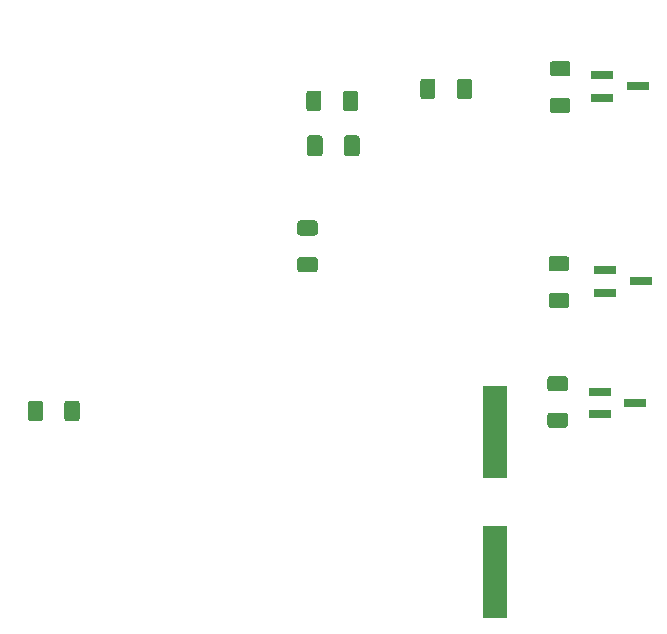
<source format=gbr>
%TF.GenerationSoftware,KiCad,Pcbnew,(5.1.10-1-10_14)*%
%TF.CreationDate,2022-01-10T15:26:04+01:00*%
%TF.ProjectId,E16 BMS Master,45313620-424d-4532-904d-61737465722e,rev?*%
%TF.SameCoordinates,Original*%
%TF.FileFunction,Paste,Top*%
%TF.FilePolarity,Positive*%
%FSLAX46Y46*%
G04 Gerber Fmt 4.6, Leading zero omitted, Abs format (unit mm)*
G04 Created by KiCad (PCBNEW (5.1.10-1-10_14)) date 2022-01-10 15:26:04*
%MOMM*%
%LPD*%
G01*
G04 APERTURE LIST*
%ADD10R,1.900000X0.800000*%
%ADD11R,2.000000X7.875000*%
G04 APERTURE END LIST*
D10*
%TO.C,Q3*%
X195454400Y-145694400D03*
X192454400Y-146644400D03*
X192454400Y-144744400D03*
%TD*%
%TO.C,Q2*%
X195889500Y-135372900D03*
X192889500Y-136322900D03*
X192889500Y-134422900D03*
%TD*%
%TO.C,Q1*%
X195657600Y-118872000D03*
X192657600Y-119822000D03*
X192657600Y-117922000D03*
%TD*%
D11*
%TO.C,Y1*%
X183591200Y-148138900D03*
X183591200Y-160013900D03*
%TD*%
%TO.C,R13*%
G36*
G01*
X180325600Y-119700200D02*
X180325600Y-118450200D01*
G75*
G02*
X180575600Y-118200200I250000J0D01*
G01*
X181375600Y-118200200D01*
G75*
G02*
X181625600Y-118450200I0J-250000D01*
G01*
X181625600Y-119700200D01*
G75*
G02*
X181375600Y-119950200I-250000J0D01*
G01*
X180575600Y-119950200D01*
G75*
G02*
X180325600Y-119700200I0J250000D01*
G01*
G37*
G36*
G01*
X177225600Y-119700200D02*
X177225600Y-118450200D01*
G75*
G02*
X177475600Y-118200200I250000J0D01*
G01*
X178275600Y-118200200D01*
G75*
G02*
X178525600Y-118450200I0J-250000D01*
G01*
X178525600Y-119700200D01*
G75*
G02*
X178275600Y-119950200I-250000J0D01*
G01*
X177475600Y-119950200D01*
G75*
G02*
X177225600Y-119700200I0J250000D01*
G01*
G37*
%TD*%
%TO.C,R9*%
G36*
G01*
X147102400Y-146979800D02*
X147102400Y-145729800D01*
G75*
G02*
X147352400Y-145479800I250000J0D01*
G01*
X148152400Y-145479800D01*
G75*
G02*
X148402400Y-145729800I0J-250000D01*
G01*
X148402400Y-146979800D01*
G75*
G02*
X148152400Y-147229800I-250000J0D01*
G01*
X147352400Y-147229800D01*
G75*
G02*
X147102400Y-146979800I0J250000D01*
G01*
G37*
G36*
G01*
X144002400Y-146979800D02*
X144002400Y-145729800D01*
G75*
G02*
X144252400Y-145479800I250000J0D01*
G01*
X145052400Y-145479800D01*
G75*
G02*
X145302400Y-145729800I0J-250000D01*
G01*
X145302400Y-146979800D01*
G75*
G02*
X145052400Y-147229800I-250000J0D01*
G01*
X144252400Y-147229800D01*
G75*
G02*
X144002400Y-146979800I0J250000D01*
G01*
G37*
%TD*%
%TO.C,R7*%
G36*
G01*
X167065800Y-133310800D02*
X168315800Y-133310800D01*
G75*
G02*
X168565800Y-133560800I0J-250000D01*
G01*
X168565800Y-134360800D01*
G75*
G02*
X168315800Y-134610800I-250000J0D01*
G01*
X167065800Y-134610800D01*
G75*
G02*
X166815800Y-134360800I0J250000D01*
G01*
X166815800Y-133560800D01*
G75*
G02*
X167065800Y-133310800I250000J0D01*
G01*
G37*
G36*
G01*
X167065800Y-130210800D02*
X168315800Y-130210800D01*
G75*
G02*
X168565800Y-130460800I0J-250000D01*
G01*
X168565800Y-131260800D01*
G75*
G02*
X168315800Y-131510800I-250000J0D01*
G01*
X167065800Y-131510800D01*
G75*
G02*
X166815800Y-131260800I0J250000D01*
G01*
X166815800Y-130460800D01*
G75*
G02*
X167065800Y-130210800I250000J0D01*
G01*
G37*
%TD*%
%TO.C,R6*%
G36*
G01*
X170673600Y-120716200D02*
X170673600Y-119466200D01*
G75*
G02*
X170923600Y-119216200I250000J0D01*
G01*
X171723600Y-119216200D01*
G75*
G02*
X171973600Y-119466200I0J-250000D01*
G01*
X171973600Y-120716200D01*
G75*
G02*
X171723600Y-120966200I-250000J0D01*
G01*
X170923600Y-120966200D01*
G75*
G02*
X170673600Y-120716200I0J250000D01*
G01*
G37*
G36*
G01*
X167573600Y-120716200D02*
X167573600Y-119466200D01*
G75*
G02*
X167823600Y-119216200I250000J0D01*
G01*
X168623600Y-119216200D01*
G75*
G02*
X168873600Y-119466200I0J-250000D01*
G01*
X168873600Y-120716200D01*
G75*
G02*
X168623600Y-120966200I-250000J0D01*
G01*
X167823600Y-120966200D01*
G75*
G02*
X167573600Y-120716200I0J250000D01*
G01*
G37*
%TD*%
%TO.C,R5*%
G36*
G01*
X189499400Y-144692800D02*
X188249400Y-144692800D01*
G75*
G02*
X187999400Y-144442800I0J250000D01*
G01*
X187999400Y-143642800D01*
G75*
G02*
X188249400Y-143392800I250000J0D01*
G01*
X189499400Y-143392800D01*
G75*
G02*
X189749400Y-143642800I0J-250000D01*
G01*
X189749400Y-144442800D01*
G75*
G02*
X189499400Y-144692800I-250000J0D01*
G01*
G37*
G36*
G01*
X189499400Y-147792800D02*
X188249400Y-147792800D01*
G75*
G02*
X187999400Y-147542800I0J250000D01*
G01*
X187999400Y-146742800D01*
G75*
G02*
X188249400Y-146492800I250000J0D01*
G01*
X189499400Y-146492800D01*
G75*
G02*
X189749400Y-146742800I0J-250000D01*
G01*
X189749400Y-147542800D01*
G75*
G02*
X189499400Y-147792800I-250000J0D01*
G01*
G37*
%TD*%
%TO.C,R4*%
G36*
G01*
X189601000Y-134532800D02*
X188351000Y-134532800D01*
G75*
G02*
X188101000Y-134282800I0J250000D01*
G01*
X188101000Y-133482800D01*
G75*
G02*
X188351000Y-133232800I250000J0D01*
G01*
X189601000Y-133232800D01*
G75*
G02*
X189851000Y-133482800I0J-250000D01*
G01*
X189851000Y-134282800D01*
G75*
G02*
X189601000Y-134532800I-250000J0D01*
G01*
G37*
G36*
G01*
X189601000Y-137632800D02*
X188351000Y-137632800D01*
G75*
G02*
X188101000Y-137382800I0J250000D01*
G01*
X188101000Y-136582800D01*
G75*
G02*
X188351000Y-136332800I250000J0D01*
G01*
X189601000Y-136332800D01*
G75*
G02*
X189851000Y-136582800I0J-250000D01*
G01*
X189851000Y-137382800D01*
G75*
G02*
X189601000Y-137632800I-250000J0D01*
G01*
G37*
%TD*%
%TO.C,R3*%
G36*
G01*
X188452600Y-119822800D02*
X189702600Y-119822800D01*
G75*
G02*
X189952600Y-120072800I0J-250000D01*
G01*
X189952600Y-120872800D01*
G75*
G02*
X189702600Y-121122800I-250000J0D01*
G01*
X188452600Y-121122800D01*
G75*
G02*
X188202600Y-120872800I0J250000D01*
G01*
X188202600Y-120072800D01*
G75*
G02*
X188452600Y-119822800I250000J0D01*
G01*
G37*
G36*
G01*
X188452600Y-116722800D02*
X189702600Y-116722800D01*
G75*
G02*
X189952600Y-116972800I0J-250000D01*
G01*
X189952600Y-117772800D01*
G75*
G02*
X189702600Y-118022800I-250000J0D01*
G01*
X188452600Y-118022800D01*
G75*
G02*
X188202600Y-117772800I0J250000D01*
G01*
X188202600Y-116972800D01*
G75*
G02*
X188452600Y-116722800I250000J0D01*
G01*
G37*
%TD*%
%TO.C,C4*%
G36*
G01*
X170775200Y-124551201D02*
X170775200Y-123251199D01*
G75*
G02*
X171025199Y-123001200I249999J0D01*
G01*
X171850201Y-123001200D01*
G75*
G02*
X172100200Y-123251199I0J-249999D01*
G01*
X172100200Y-124551201D01*
G75*
G02*
X171850201Y-124801200I-249999J0D01*
G01*
X171025199Y-124801200D01*
G75*
G02*
X170775200Y-124551201I0J249999D01*
G01*
G37*
G36*
G01*
X167650200Y-124551201D02*
X167650200Y-123251199D01*
G75*
G02*
X167900199Y-123001200I249999J0D01*
G01*
X168725201Y-123001200D01*
G75*
G02*
X168975200Y-123251199I0J-249999D01*
G01*
X168975200Y-124551201D01*
G75*
G02*
X168725201Y-124801200I-249999J0D01*
G01*
X167900199Y-124801200D01*
G75*
G02*
X167650200Y-124551201I0J249999D01*
G01*
G37*
%TD*%
M02*

</source>
